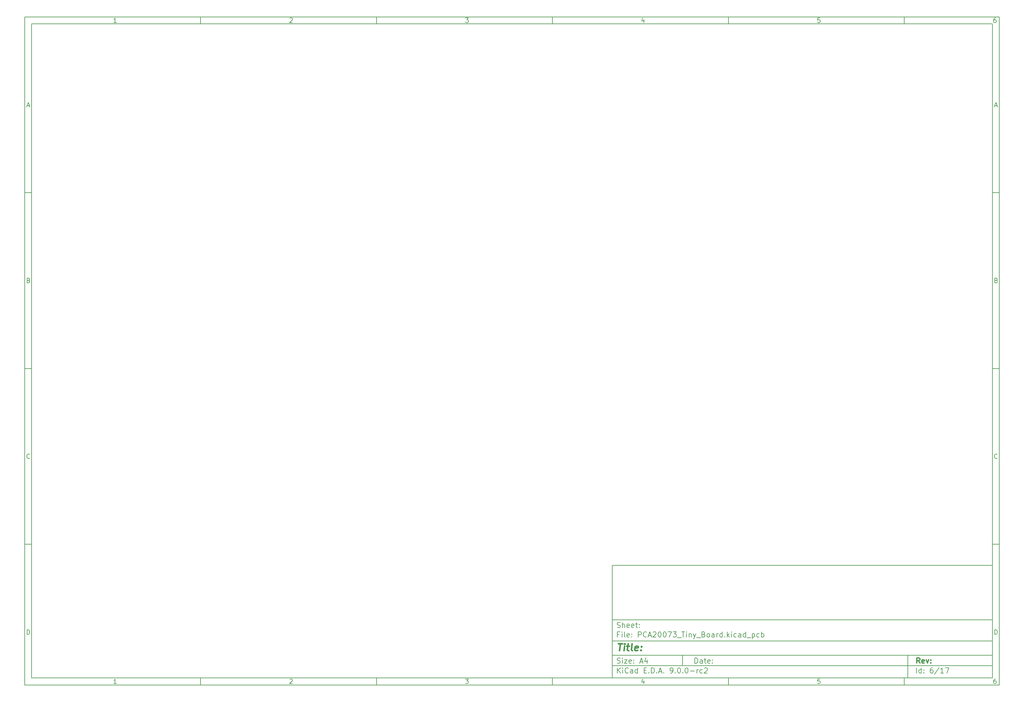
<source format=gbr>
G04 #@! TF.GenerationSoftware,KiCad,Pcbnew,9.0.0-rc2-3baa6cd791~182~ubuntu24.04.1*
G04 #@! TF.CreationDate,2025-02-06T23:09:26-05:00*
G04 #@! TF.ProjectId,PCA20073_Tiny_Board,50434132-3030-4373-935f-54696e795f42,rev?*
G04 #@! TF.SameCoordinates,PX82a22f1PY713a4f2*
G04 #@! TF.FileFunction,Glue,Bot*
G04 #@! TF.FilePolarity,Positive*
%FSLAX46Y46*%
G04 Gerber Fmt 4.6, Leading zero omitted, Abs format (unit mm)*
G04 Created by KiCad (PCBNEW 9.0.0-rc2-3baa6cd791~182~ubuntu24.04.1) date 2025-02-06 23:09:26*
%MOMM*%
%LPD*%
G01*
G04 APERTURE LIST*
%ADD10C,0.100000*%
%ADD11C,0.150000*%
%ADD12C,0.300000*%
%ADD13C,0.400000*%
G04 APERTURE END LIST*
D10*
D11*
X40023015Y-47279278D02*
X148023015Y-47279278D01*
X148023015Y-79279278D01*
X40023015Y-79279278D01*
X40023015Y-47279278D01*
D10*
D11*
X-126979185Y108727922D02*
X150023015Y108727922D01*
X150023015Y-81279278D01*
X-126979185Y-81279278D01*
X-126979185Y108727922D01*
D10*
D11*
X-124979185Y106727922D02*
X148023015Y106727922D01*
X148023015Y-79279278D01*
X-124979185Y-79279278D01*
X-124979185Y106727922D01*
D10*
D11*
X-76979185Y106727922D02*
X-76979185Y108727922D01*
D10*
D11*
X-26979185Y106727922D02*
X-26979185Y108727922D01*
D10*
D11*
X23020815Y106727922D02*
X23020815Y108727922D01*
D10*
D11*
X73020815Y106727922D02*
X73020815Y108727922D01*
D10*
D11*
X123020815Y106727922D02*
X123020815Y108727922D01*
D10*
D11*
X-100890025Y107134318D02*
X-101632882Y107134318D01*
X-101261454Y107134318D02*
X-101261454Y108434318D01*
X-101261454Y108434318D02*
X-101385263Y108248603D01*
X-101385263Y108248603D02*
X-101509073Y108124794D01*
X-101509073Y108124794D02*
X-101632882Y108062889D01*
D10*
D11*
X-51632882Y108310508D02*
X-51570978Y108372413D01*
X-51570978Y108372413D02*
X-51447168Y108434318D01*
X-51447168Y108434318D02*
X-51137644Y108434318D01*
X-51137644Y108434318D02*
X-51013835Y108372413D01*
X-51013835Y108372413D02*
X-50951930Y108310508D01*
X-50951930Y108310508D02*
X-50890025Y108186699D01*
X-50890025Y108186699D02*
X-50890025Y108062889D01*
X-50890025Y108062889D02*
X-50951930Y107877175D01*
X-50951930Y107877175D02*
X-51694787Y107134318D01*
X-51694787Y107134318D02*
X-50890025Y107134318D01*
D10*
D11*
X-1694787Y108434318D02*
X-890025Y108434318D01*
X-890025Y108434318D02*
X-1323359Y107939080D01*
X-1323359Y107939080D02*
X-1137644Y107939080D01*
X-1137644Y107939080D02*
X-1013835Y107877175D01*
X-1013835Y107877175D02*
X-951930Y107815270D01*
X-951930Y107815270D02*
X-890025Y107691461D01*
X-890025Y107691461D02*
X-890025Y107381937D01*
X-890025Y107381937D02*
X-951930Y107258127D01*
X-951930Y107258127D02*
X-1013835Y107196222D01*
X-1013835Y107196222D02*
X-1137644Y107134318D01*
X-1137644Y107134318D02*
X-1509073Y107134318D01*
X-1509073Y107134318D02*
X-1632882Y107196222D01*
X-1632882Y107196222D02*
X-1694787Y107258127D01*
D10*
D11*
X48986165Y108000984D02*
X48986165Y107134318D01*
X48676641Y108496222D02*
X48367118Y107567651D01*
X48367118Y107567651D02*
X49171879Y107567651D01*
D10*
D11*
X99048070Y108434318D02*
X98429022Y108434318D01*
X98429022Y108434318D02*
X98367118Y107815270D01*
X98367118Y107815270D02*
X98429022Y107877175D01*
X98429022Y107877175D02*
X98552832Y107939080D01*
X98552832Y107939080D02*
X98862356Y107939080D01*
X98862356Y107939080D02*
X98986165Y107877175D01*
X98986165Y107877175D02*
X99048070Y107815270D01*
X99048070Y107815270D02*
X99109975Y107691461D01*
X99109975Y107691461D02*
X99109975Y107381937D01*
X99109975Y107381937D02*
X99048070Y107258127D01*
X99048070Y107258127D02*
X98986165Y107196222D01*
X98986165Y107196222D02*
X98862356Y107134318D01*
X98862356Y107134318D02*
X98552832Y107134318D01*
X98552832Y107134318D02*
X98429022Y107196222D01*
X98429022Y107196222D02*
X98367118Y107258127D01*
D10*
D11*
X148986165Y108434318D02*
X148738546Y108434318D01*
X148738546Y108434318D02*
X148614737Y108372413D01*
X148614737Y108372413D02*
X148552832Y108310508D01*
X148552832Y108310508D02*
X148429022Y108124794D01*
X148429022Y108124794D02*
X148367118Y107877175D01*
X148367118Y107877175D02*
X148367118Y107381937D01*
X148367118Y107381937D02*
X148429022Y107258127D01*
X148429022Y107258127D02*
X148490927Y107196222D01*
X148490927Y107196222D02*
X148614737Y107134318D01*
X148614737Y107134318D02*
X148862356Y107134318D01*
X148862356Y107134318D02*
X148986165Y107196222D01*
X148986165Y107196222D02*
X149048070Y107258127D01*
X149048070Y107258127D02*
X149109975Y107381937D01*
X149109975Y107381937D02*
X149109975Y107691461D01*
X149109975Y107691461D02*
X149048070Y107815270D01*
X149048070Y107815270D02*
X148986165Y107877175D01*
X148986165Y107877175D02*
X148862356Y107939080D01*
X148862356Y107939080D02*
X148614737Y107939080D01*
X148614737Y107939080D02*
X148490927Y107877175D01*
X148490927Y107877175D02*
X148429022Y107815270D01*
X148429022Y107815270D02*
X148367118Y107691461D01*
D10*
D11*
X-76979185Y-79279278D02*
X-76979185Y-81279278D01*
D10*
D11*
X-26979185Y-79279278D02*
X-26979185Y-81279278D01*
D10*
D11*
X23020815Y-79279278D02*
X23020815Y-81279278D01*
D10*
D11*
X73020815Y-79279278D02*
X73020815Y-81279278D01*
D10*
D11*
X123020815Y-79279278D02*
X123020815Y-81279278D01*
D10*
D11*
X-100890025Y-80872882D02*
X-101632882Y-80872882D01*
X-101261454Y-80872882D02*
X-101261454Y-79572882D01*
X-101261454Y-79572882D02*
X-101385263Y-79758597D01*
X-101385263Y-79758597D02*
X-101509073Y-79882406D01*
X-101509073Y-79882406D02*
X-101632882Y-79944311D01*
D10*
D11*
X-51632882Y-79696692D02*
X-51570978Y-79634787D01*
X-51570978Y-79634787D02*
X-51447168Y-79572882D01*
X-51447168Y-79572882D02*
X-51137644Y-79572882D01*
X-51137644Y-79572882D02*
X-51013835Y-79634787D01*
X-51013835Y-79634787D02*
X-50951930Y-79696692D01*
X-50951930Y-79696692D02*
X-50890025Y-79820501D01*
X-50890025Y-79820501D02*
X-50890025Y-79944311D01*
X-50890025Y-79944311D02*
X-50951930Y-80130025D01*
X-50951930Y-80130025D02*
X-51694787Y-80872882D01*
X-51694787Y-80872882D02*
X-50890025Y-80872882D01*
D10*
D11*
X-1694787Y-79572882D02*
X-890025Y-79572882D01*
X-890025Y-79572882D02*
X-1323359Y-80068120D01*
X-1323359Y-80068120D02*
X-1137644Y-80068120D01*
X-1137644Y-80068120D02*
X-1013835Y-80130025D01*
X-1013835Y-80130025D02*
X-951930Y-80191930D01*
X-951930Y-80191930D02*
X-890025Y-80315739D01*
X-890025Y-80315739D02*
X-890025Y-80625263D01*
X-890025Y-80625263D02*
X-951930Y-80749073D01*
X-951930Y-80749073D02*
X-1013835Y-80810978D01*
X-1013835Y-80810978D02*
X-1137644Y-80872882D01*
X-1137644Y-80872882D02*
X-1509073Y-80872882D01*
X-1509073Y-80872882D02*
X-1632882Y-80810978D01*
X-1632882Y-80810978D02*
X-1694787Y-80749073D01*
D10*
D11*
X48986165Y-80006216D02*
X48986165Y-80872882D01*
X48676641Y-79510978D02*
X48367118Y-80439549D01*
X48367118Y-80439549D02*
X49171879Y-80439549D01*
D10*
D11*
X99048070Y-79572882D02*
X98429022Y-79572882D01*
X98429022Y-79572882D02*
X98367118Y-80191930D01*
X98367118Y-80191930D02*
X98429022Y-80130025D01*
X98429022Y-80130025D02*
X98552832Y-80068120D01*
X98552832Y-80068120D02*
X98862356Y-80068120D01*
X98862356Y-80068120D02*
X98986165Y-80130025D01*
X98986165Y-80130025D02*
X99048070Y-80191930D01*
X99048070Y-80191930D02*
X99109975Y-80315739D01*
X99109975Y-80315739D02*
X99109975Y-80625263D01*
X99109975Y-80625263D02*
X99048070Y-80749073D01*
X99048070Y-80749073D02*
X98986165Y-80810978D01*
X98986165Y-80810978D02*
X98862356Y-80872882D01*
X98862356Y-80872882D02*
X98552832Y-80872882D01*
X98552832Y-80872882D02*
X98429022Y-80810978D01*
X98429022Y-80810978D02*
X98367118Y-80749073D01*
D10*
D11*
X148986165Y-79572882D02*
X148738546Y-79572882D01*
X148738546Y-79572882D02*
X148614737Y-79634787D01*
X148614737Y-79634787D02*
X148552832Y-79696692D01*
X148552832Y-79696692D02*
X148429022Y-79882406D01*
X148429022Y-79882406D02*
X148367118Y-80130025D01*
X148367118Y-80130025D02*
X148367118Y-80625263D01*
X148367118Y-80625263D02*
X148429022Y-80749073D01*
X148429022Y-80749073D02*
X148490927Y-80810978D01*
X148490927Y-80810978D02*
X148614737Y-80872882D01*
X148614737Y-80872882D02*
X148862356Y-80872882D01*
X148862356Y-80872882D02*
X148986165Y-80810978D01*
X148986165Y-80810978D02*
X149048070Y-80749073D01*
X149048070Y-80749073D02*
X149109975Y-80625263D01*
X149109975Y-80625263D02*
X149109975Y-80315739D01*
X149109975Y-80315739D02*
X149048070Y-80191930D01*
X149048070Y-80191930D02*
X148986165Y-80130025D01*
X148986165Y-80130025D02*
X148862356Y-80068120D01*
X148862356Y-80068120D02*
X148614737Y-80068120D01*
X148614737Y-80068120D02*
X148490927Y-80130025D01*
X148490927Y-80130025D02*
X148429022Y-80191930D01*
X148429022Y-80191930D02*
X148367118Y-80315739D01*
D10*
D11*
X-126979185Y58727922D02*
X-124979185Y58727922D01*
D10*
D11*
X-126979185Y8727922D02*
X-124979185Y8727922D01*
D10*
D11*
X-126979185Y-41272078D02*
X-124979185Y-41272078D01*
D10*
D11*
X-126288709Y83505746D02*
X-125669662Y83505746D01*
X-126412519Y83134318D02*
X-125979186Y84434318D01*
X-125979186Y84434318D02*
X-125545852Y83134318D01*
D10*
D11*
X-125886328Y33815270D02*
X-125700614Y33753365D01*
X-125700614Y33753365D02*
X-125638709Y33691461D01*
X-125638709Y33691461D02*
X-125576805Y33567651D01*
X-125576805Y33567651D02*
X-125576805Y33381937D01*
X-125576805Y33381937D02*
X-125638709Y33258127D01*
X-125638709Y33258127D02*
X-125700614Y33196222D01*
X-125700614Y33196222D02*
X-125824424Y33134318D01*
X-125824424Y33134318D02*
X-126319662Y33134318D01*
X-126319662Y33134318D02*
X-126319662Y34434318D01*
X-126319662Y34434318D02*
X-125886328Y34434318D01*
X-125886328Y34434318D02*
X-125762519Y34372413D01*
X-125762519Y34372413D02*
X-125700614Y34310508D01*
X-125700614Y34310508D02*
X-125638709Y34186699D01*
X-125638709Y34186699D02*
X-125638709Y34062889D01*
X-125638709Y34062889D02*
X-125700614Y33939080D01*
X-125700614Y33939080D02*
X-125762519Y33877175D01*
X-125762519Y33877175D02*
X-125886328Y33815270D01*
X-125886328Y33815270D02*
X-126319662Y33815270D01*
D10*
D11*
X-125576805Y-16741873D02*
X-125638709Y-16803778D01*
X-125638709Y-16803778D02*
X-125824424Y-16865682D01*
X-125824424Y-16865682D02*
X-125948233Y-16865682D01*
X-125948233Y-16865682D02*
X-126133947Y-16803778D01*
X-126133947Y-16803778D02*
X-126257757Y-16679968D01*
X-126257757Y-16679968D02*
X-126319662Y-16556158D01*
X-126319662Y-16556158D02*
X-126381566Y-16308539D01*
X-126381566Y-16308539D02*
X-126381566Y-16122825D01*
X-126381566Y-16122825D02*
X-126319662Y-15875206D01*
X-126319662Y-15875206D02*
X-126257757Y-15751397D01*
X-126257757Y-15751397D02*
X-126133947Y-15627587D01*
X-126133947Y-15627587D02*
X-125948233Y-15565682D01*
X-125948233Y-15565682D02*
X-125824424Y-15565682D01*
X-125824424Y-15565682D02*
X-125638709Y-15627587D01*
X-125638709Y-15627587D02*
X-125576805Y-15689492D01*
D10*
D11*
X-126319662Y-66865682D02*
X-126319662Y-65565682D01*
X-126319662Y-65565682D02*
X-126010138Y-65565682D01*
X-126010138Y-65565682D02*
X-125824424Y-65627587D01*
X-125824424Y-65627587D02*
X-125700614Y-65751397D01*
X-125700614Y-65751397D02*
X-125638709Y-65875206D01*
X-125638709Y-65875206D02*
X-125576805Y-66122825D01*
X-125576805Y-66122825D02*
X-125576805Y-66308539D01*
X-125576805Y-66308539D02*
X-125638709Y-66556158D01*
X-125638709Y-66556158D02*
X-125700614Y-66679968D01*
X-125700614Y-66679968D02*
X-125824424Y-66803778D01*
X-125824424Y-66803778D02*
X-126010138Y-66865682D01*
X-126010138Y-66865682D02*
X-126319662Y-66865682D01*
D10*
D11*
X150023015Y58727922D02*
X148023015Y58727922D01*
D10*
D11*
X150023015Y8727922D02*
X148023015Y8727922D01*
D10*
D11*
X150023015Y-41272078D02*
X148023015Y-41272078D01*
D10*
D11*
X148713491Y83505746D02*
X149332538Y83505746D01*
X148589681Y83134318D02*
X149023014Y84434318D01*
X149023014Y84434318D02*
X149456348Y83134318D01*
D10*
D11*
X149115872Y33815270D02*
X149301586Y33753365D01*
X149301586Y33753365D02*
X149363491Y33691461D01*
X149363491Y33691461D02*
X149425395Y33567651D01*
X149425395Y33567651D02*
X149425395Y33381937D01*
X149425395Y33381937D02*
X149363491Y33258127D01*
X149363491Y33258127D02*
X149301586Y33196222D01*
X149301586Y33196222D02*
X149177776Y33134318D01*
X149177776Y33134318D02*
X148682538Y33134318D01*
X148682538Y33134318D02*
X148682538Y34434318D01*
X148682538Y34434318D02*
X149115872Y34434318D01*
X149115872Y34434318D02*
X149239681Y34372413D01*
X149239681Y34372413D02*
X149301586Y34310508D01*
X149301586Y34310508D02*
X149363491Y34186699D01*
X149363491Y34186699D02*
X149363491Y34062889D01*
X149363491Y34062889D02*
X149301586Y33939080D01*
X149301586Y33939080D02*
X149239681Y33877175D01*
X149239681Y33877175D02*
X149115872Y33815270D01*
X149115872Y33815270D02*
X148682538Y33815270D01*
D10*
D11*
X149425395Y-16741873D02*
X149363491Y-16803778D01*
X149363491Y-16803778D02*
X149177776Y-16865682D01*
X149177776Y-16865682D02*
X149053967Y-16865682D01*
X149053967Y-16865682D02*
X148868253Y-16803778D01*
X148868253Y-16803778D02*
X148744443Y-16679968D01*
X148744443Y-16679968D02*
X148682538Y-16556158D01*
X148682538Y-16556158D02*
X148620634Y-16308539D01*
X148620634Y-16308539D02*
X148620634Y-16122825D01*
X148620634Y-16122825D02*
X148682538Y-15875206D01*
X148682538Y-15875206D02*
X148744443Y-15751397D01*
X148744443Y-15751397D02*
X148868253Y-15627587D01*
X148868253Y-15627587D02*
X149053967Y-15565682D01*
X149053967Y-15565682D02*
X149177776Y-15565682D01*
X149177776Y-15565682D02*
X149363491Y-15627587D01*
X149363491Y-15627587D02*
X149425395Y-15689492D01*
D10*
D11*
X148682538Y-66865682D02*
X148682538Y-65565682D01*
X148682538Y-65565682D02*
X148992062Y-65565682D01*
X148992062Y-65565682D02*
X149177776Y-65627587D01*
X149177776Y-65627587D02*
X149301586Y-65751397D01*
X149301586Y-65751397D02*
X149363491Y-65875206D01*
X149363491Y-65875206D02*
X149425395Y-66122825D01*
X149425395Y-66122825D02*
X149425395Y-66308539D01*
X149425395Y-66308539D02*
X149363491Y-66556158D01*
X149363491Y-66556158D02*
X149301586Y-66679968D01*
X149301586Y-66679968D02*
X149177776Y-66803778D01*
X149177776Y-66803778D02*
X148992062Y-66865682D01*
X148992062Y-66865682D02*
X148682538Y-66865682D01*
D10*
D11*
X63478841Y-75065406D02*
X63478841Y-73565406D01*
X63478841Y-73565406D02*
X63835984Y-73565406D01*
X63835984Y-73565406D02*
X64050270Y-73636835D01*
X64050270Y-73636835D02*
X64193127Y-73779692D01*
X64193127Y-73779692D02*
X64264556Y-73922549D01*
X64264556Y-73922549D02*
X64335984Y-74208263D01*
X64335984Y-74208263D02*
X64335984Y-74422549D01*
X64335984Y-74422549D02*
X64264556Y-74708263D01*
X64264556Y-74708263D02*
X64193127Y-74851120D01*
X64193127Y-74851120D02*
X64050270Y-74993978D01*
X64050270Y-74993978D02*
X63835984Y-75065406D01*
X63835984Y-75065406D02*
X63478841Y-75065406D01*
X65621699Y-75065406D02*
X65621699Y-74279692D01*
X65621699Y-74279692D02*
X65550270Y-74136835D01*
X65550270Y-74136835D02*
X65407413Y-74065406D01*
X65407413Y-74065406D02*
X65121699Y-74065406D01*
X65121699Y-74065406D02*
X64978841Y-74136835D01*
X65621699Y-74993978D02*
X65478841Y-75065406D01*
X65478841Y-75065406D02*
X65121699Y-75065406D01*
X65121699Y-75065406D02*
X64978841Y-74993978D01*
X64978841Y-74993978D02*
X64907413Y-74851120D01*
X64907413Y-74851120D02*
X64907413Y-74708263D01*
X64907413Y-74708263D02*
X64978841Y-74565406D01*
X64978841Y-74565406D02*
X65121699Y-74493978D01*
X65121699Y-74493978D02*
X65478841Y-74493978D01*
X65478841Y-74493978D02*
X65621699Y-74422549D01*
X66121699Y-74065406D02*
X66693127Y-74065406D01*
X66335984Y-73565406D02*
X66335984Y-74851120D01*
X66335984Y-74851120D02*
X66407413Y-74993978D01*
X66407413Y-74993978D02*
X66550270Y-75065406D01*
X66550270Y-75065406D02*
X66693127Y-75065406D01*
X67764556Y-74993978D02*
X67621699Y-75065406D01*
X67621699Y-75065406D02*
X67335985Y-75065406D01*
X67335985Y-75065406D02*
X67193127Y-74993978D01*
X67193127Y-74993978D02*
X67121699Y-74851120D01*
X67121699Y-74851120D02*
X67121699Y-74279692D01*
X67121699Y-74279692D02*
X67193127Y-74136835D01*
X67193127Y-74136835D02*
X67335985Y-74065406D01*
X67335985Y-74065406D02*
X67621699Y-74065406D01*
X67621699Y-74065406D02*
X67764556Y-74136835D01*
X67764556Y-74136835D02*
X67835985Y-74279692D01*
X67835985Y-74279692D02*
X67835985Y-74422549D01*
X67835985Y-74422549D02*
X67121699Y-74565406D01*
X68478841Y-74922549D02*
X68550270Y-74993978D01*
X68550270Y-74993978D02*
X68478841Y-75065406D01*
X68478841Y-75065406D02*
X68407413Y-74993978D01*
X68407413Y-74993978D02*
X68478841Y-74922549D01*
X68478841Y-74922549D02*
X68478841Y-75065406D01*
X68478841Y-74136835D02*
X68550270Y-74208263D01*
X68550270Y-74208263D02*
X68478841Y-74279692D01*
X68478841Y-74279692D02*
X68407413Y-74208263D01*
X68407413Y-74208263D02*
X68478841Y-74136835D01*
X68478841Y-74136835D02*
X68478841Y-74279692D01*
D10*
D11*
X40023015Y-75779278D02*
X148023015Y-75779278D01*
D10*
D11*
X41478841Y-77865406D02*
X41478841Y-76365406D01*
X42335984Y-77865406D02*
X41693127Y-77008263D01*
X42335984Y-76365406D02*
X41478841Y-77222549D01*
X42978841Y-77865406D02*
X42978841Y-76865406D01*
X42978841Y-76365406D02*
X42907413Y-76436835D01*
X42907413Y-76436835D02*
X42978841Y-76508263D01*
X42978841Y-76508263D02*
X43050270Y-76436835D01*
X43050270Y-76436835D02*
X42978841Y-76365406D01*
X42978841Y-76365406D02*
X42978841Y-76508263D01*
X44550270Y-77722549D02*
X44478842Y-77793978D01*
X44478842Y-77793978D02*
X44264556Y-77865406D01*
X44264556Y-77865406D02*
X44121699Y-77865406D01*
X44121699Y-77865406D02*
X43907413Y-77793978D01*
X43907413Y-77793978D02*
X43764556Y-77651120D01*
X43764556Y-77651120D02*
X43693127Y-77508263D01*
X43693127Y-77508263D02*
X43621699Y-77222549D01*
X43621699Y-77222549D02*
X43621699Y-77008263D01*
X43621699Y-77008263D02*
X43693127Y-76722549D01*
X43693127Y-76722549D02*
X43764556Y-76579692D01*
X43764556Y-76579692D02*
X43907413Y-76436835D01*
X43907413Y-76436835D02*
X44121699Y-76365406D01*
X44121699Y-76365406D02*
X44264556Y-76365406D01*
X44264556Y-76365406D02*
X44478842Y-76436835D01*
X44478842Y-76436835D02*
X44550270Y-76508263D01*
X45835985Y-77865406D02*
X45835985Y-77079692D01*
X45835985Y-77079692D02*
X45764556Y-76936835D01*
X45764556Y-76936835D02*
X45621699Y-76865406D01*
X45621699Y-76865406D02*
X45335985Y-76865406D01*
X45335985Y-76865406D02*
X45193127Y-76936835D01*
X45835985Y-77793978D02*
X45693127Y-77865406D01*
X45693127Y-77865406D02*
X45335985Y-77865406D01*
X45335985Y-77865406D02*
X45193127Y-77793978D01*
X45193127Y-77793978D02*
X45121699Y-77651120D01*
X45121699Y-77651120D02*
X45121699Y-77508263D01*
X45121699Y-77508263D02*
X45193127Y-77365406D01*
X45193127Y-77365406D02*
X45335985Y-77293978D01*
X45335985Y-77293978D02*
X45693127Y-77293978D01*
X45693127Y-77293978D02*
X45835985Y-77222549D01*
X47193128Y-77865406D02*
X47193128Y-76365406D01*
X47193128Y-77793978D02*
X47050270Y-77865406D01*
X47050270Y-77865406D02*
X46764556Y-77865406D01*
X46764556Y-77865406D02*
X46621699Y-77793978D01*
X46621699Y-77793978D02*
X46550270Y-77722549D01*
X46550270Y-77722549D02*
X46478842Y-77579692D01*
X46478842Y-77579692D02*
X46478842Y-77151120D01*
X46478842Y-77151120D02*
X46550270Y-77008263D01*
X46550270Y-77008263D02*
X46621699Y-76936835D01*
X46621699Y-76936835D02*
X46764556Y-76865406D01*
X46764556Y-76865406D02*
X47050270Y-76865406D01*
X47050270Y-76865406D02*
X47193128Y-76936835D01*
X49050270Y-77079692D02*
X49550270Y-77079692D01*
X49764556Y-77865406D02*
X49050270Y-77865406D01*
X49050270Y-77865406D02*
X49050270Y-76365406D01*
X49050270Y-76365406D02*
X49764556Y-76365406D01*
X50407413Y-77722549D02*
X50478842Y-77793978D01*
X50478842Y-77793978D02*
X50407413Y-77865406D01*
X50407413Y-77865406D02*
X50335985Y-77793978D01*
X50335985Y-77793978D02*
X50407413Y-77722549D01*
X50407413Y-77722549D02*
X50407413Y-77865406D01*
X51121699Y-77865406D02*
X51121699Y-76365406D01*
X51121699Y-76365406D02*
X51478842Y-76365406D01*
X51478842Y-76365406D02*
X51693128Y-76436835D01*
X51693128Y-76436835D02*
X51835985Y-76579692D01*
X51835985Y-76579692D02*
X51907414Y-76722549D01*
X51907414Y-76722549D02*
X51978842Y-77008263D01*
X51978842Y-77008263D02*
X51978842Y-77222549D01*
X51978842Y-77222549D02*
X51907414Y-77508263D01*
X51907414Y-77508263D02*
X51835985Y-77651120D01*
X51835985Y-77651120D02*
X51693128Y-77793978D01*
X51693128Y-77793978D02*
X51478842Y-77865406D01*
X51478842Y-77865406D02*
X51121699Y-77865406D01*
X52621699Y-77722549D02*
X52693128Y-77793978D01*
X52693128Y-77793978D02*
X52621699Y-77865406D01*
X52621699Y-77865406D02*
X52550271Y-77793978D01*
X52550271Y-77793978D02*
X52621699Y-77722549D01*
X52621699Y-77722549D02*
X52621699Y-77865406D01*
X53264557Y-77436835D02*
X53978843Y-77436835D01*
X53121700Y-77865406D02*
X53621700Y-76365406D01*
X53621700Y-76365406D02*
X54121700Y-77865406D01*
X54621699Y-77722549D02*
X54693128Y-77793978D01*
X54693128Y-77793978D02*
X54621699Y-77865406D01*
X54621699Y-77865406D02*
X54550271Y-77793978D01*
X54550271Y-77793978D02*
X54621699Y-77722549D01*
X54621699Y-77722549D02*
X54621699Y-77865406D01*
X56550271Y-77865406D02*
X56835985Y-77865406D01*
X56835985Y-77865406D02*
X56978842Y-77793978D01*
X56978842Y-77793978D02*
X57050271Y-77722549D01*
X57050271Y-77722549D02*
X57193128Y-77508263D01*
X57193128Y-77508263D02*
X57264557Y-77222549D01*
X57264557Y-77222549D02*
X57264557Y-76651120D01*
X57264557Y-76651120D02*
X57193128Y-76508263D01*
X57193128Y-76508263D02*
X57121700Y-76436835D01*
X57121700Y-76436835D02*
X56978842Y-76365406D01*
X56978842Y-76365406D02*
X56693128Y-76365406D01*
X56693128Y-76365406D02*
X56550271Y-76436835D01*
X56550271Y-76436835D02*
X56478842Y-76508263D01*
X56478842Y-76508263D02*
X56407414Y-76651120D01*
X56407414Y-76651120D02*
X56407414Y-77008263D01*
X56407414Y-77008263D02*
X56478842Y-77151120D01*
X56478842Y-77151120D02*
X56550271Y-77222549D01*
X56550271Y-77222549D02*
X56693128Y-77293978D01*
X56693128Y-77293978D02*
X56978842Y-77293978D01*
X56978842Y-77293978D02*
X57121700Y-77222549D01*
X57121700Y-77222549D02*
X57193128Y-77151120D01*
X57193128Y-77151120D02*
X57264557Y-77008263D01*
X57907413Y-77722549D02*
X57978842Y-77793978D01*
X57978842Y-77793978D02*
X57907413Y-77865406D01*
X57907413Y-77865406D02*
X57835985Y-77793978D01*
X57835985Y-77793978D02*
X57907413Y-77722549D01*
X57907413Y-77722549D02*
X57907413Y-77865406D01*
X58907414Y-76365406D02*
X59050271Y-76365406D01*
X59050271Y-76365406D02*
X59193128Y-76436835D01*
X59193128Y-76436835D02*
X59264557Y-76508263D01*
X59264557Y-76508263D02*
X59335985Y-76651120D01*
X59335985Y-76651120D02*
X59407414Y-76936835D01*
X59407414Y-76936835D02*
X59407414Y-77293978D01*
X59407414Y-77293978D02*
X59335985Y-77579692D01*
X59335985Y-77579692D02*
X59264557Y-77722549D01*
X59264557Y-77722549D02*
X59193128Y-77793978D01*
X59193128Y-77793978D02*
X59050271Y-77865406D01*
X59050271Y-77865406D02*
X58907414Y-77865406D01*
X58907414Y-77865406D02*
X58764557Y-77793978D01*
X58764557Y-77793978D02*
X58693128Y-77722549D01*
X58693128Y-77722549D02*
X58621699Y-77579692D01*
X58621699Y-77579692D02*
X58550271Y-77293978D01*
X58550271Y-77293978D02*
X58550271Y-76936835D01*
X58550271Y-76936835D02*
X58621699Y-76651120D01*
X58621699Y-76651120D02*
X58693128Y-76508263D01*
X58693128Y-76508263D02*
X58764557Y-76436835D01*
X58764557Y-76436835D02*
X58907414Y-76365406D01*
X60050270Y-77722549D02*
X60121699Y-77793978D01*
X60121699Y-77793978D02*
X60050270Y-77865406D01*
X60050270Y-77865406D02*
X59978842Y-77793978D01*
X59978842Y-77793978D02*
X60050270Y-77722549D01*
X60050270Y-77722549D02*
X60050270Y-77865406D01*
X61050271Y-76365406D02*
X61193128Y-76365406D01*
X61193128Y-76365406D02*
X61335985Y-76436835D01*
X61335985Y-76436835D02*
X61407414Y-76508263D01*
X61407414Y-76508263D02*
X61478842Y-76651120D01*
X61478842Y-76651120D02*
X61550271Y-76936835D01*
X61550271Y-76936835D02*
X61550271Y-77293978D01*
X61550271Y-77293978D02*
X61478842Y-77579692D01*
X61478842Y-77579692D02*
X61407414Y-77722549D01*
X61407414Y-77722549D02*
X61335985Y-77793978D01*
X61335985Y-77793978D02*
X61193128Y-77865406D01*
X61193128Y-77865406D02*
X61050271Y-77865406D01*
X61050271Y-77865406D02*
X60907414Y-77793978D01*
X60907414Y-77793978D02*
X60835985Y-77722549D01*
X60835985Y-77722549D02*
X60764556Y-77579692D01*
X60764556Y-77579692D02*
X60693128Y-77293978D01*
X60693128Y-77293978D02*
X60693128Y-76936835D01*
X60693128Y-76936835D02*
X60764556Y-76651120D01*
X60764556Y-76651120D02*
X60835985Y-76508263D01*
X60835985Y-76508263D02*
X60907414Y-76436835D01*
X60907414Y-76436835D02*
X61050271Y-76365406D01*
X62193127Y-77293978D02*
X63335985Y-77293978D01*
X64050270Y-77865406D02*
X64050270Y-76865406D01*
X64050270Y-77151120D02*
X64121699Y-77008263D01*
X64121699Y-77008263D02*
X64193128Y-76936835D01*
X64193128Y-76936835D02*
X64335985Y-76865406D01*
X64335985Y-76865406D02*
X64478842Y-76865406D01*
X65621699Y-77793978D02*
X65478841Y-77865406D01*
X65478841Y-77865406D02*
X65193127Y-77865406D01*
X65193127Y-77865406D02*
X65050270Y-77793978D01*
X65050270Y-77793978D02*
X64978841Y-77722549D01*
X64978841Y-77722549D02*
X64907413Y-77579692D01*
X64907413Y-77579692D02*
X64907413Y-77151120D01*
X64907413Y-77151120D02*
X64978841Y-77008263D01*
X64978841Y-77008263D02*
X65050270Y-76936835D01*
X65050270Y-76936835D02*
X65193127Y-76865406D01*
X65193127Y-76865406D02*
X65478841Y-76865406D01*
X65478841Y-76865406D02*
X65621699Y-76936835D01*
X66193127Y-76508263D02*
X66264555Y-76436835D01*
X66264555Y-76436835D02*
X66407413Y-76365406D01*
X66407413Y-76365406D02*
X66764555Y-76365406D01*
X66764555Y-76365406D02*
X66907413Y-76436835D01*
X66907413Y-76436835D02*
X66978841Y-76508263D01*
X66978841Y-76508263D02*
X67050270Y-76651120D01*
X67050270Y-76651120D02*
X67050270Y-76793978D01*
X67050270Y-76793978D02*
X66978841Y-77008263D01*
X66978841Y-77008263D02*
X66121698Y-77865406D01*
X66121698Y-77865406D02*
X67050270Y-77865406D01*
D10*
D11*
X40023015Y-72779278D02*
X148023015Y-72779278D01*
D10*
D12*
X127434668Y-75057606D02*
X126934668Y-74343320D01*
X126577525Y-75057606D02*
X126577525Y-73557606D01*
X126577525Y-73557606D02*
X127148954Y-73557606D01*
X127148954Y-73557606D02*
X127291811Y-73629035D01*
X127291811Y-73629035D02*
X127363240Y-73700463D01*
X127363240Y-73700463D02*
X127434668Y-73843320D01*
X127434668Y-73843320D02*
X127434668Y-74057606D01*
X127434668Y-74057606D02*
X127363240Y-74200463D01*
X127363240Y-74200463D02*
X127291811Y-74271892D01*
X127291811Y-74271892D02*
X127148954Y-74343320D01*
X127148954Y-74343320D02*
X126577525Y-74343320D01*
X128648954Y-74986178D02*
X128506097Y-75057606D01*
X128506097Y-75057606D02*
X128220383Y-75057606D01*
X128220383Y-75057606D02*
X128077525Y-74986178D01*
X128077525Y-74986178D02*
X128006097Y-74843320D01*
X128006097Y-74843320D02*
X128006097Y-74271892D01*
X128006097Y-74271892D02*
X128077525Y-74129035D01*
X128077525Y-74129035D02*
X128220383Y-74057606D01*
X128220383Y-74057606D02*
X128506097Y-74057606D01*
X128506097Y-74057606D02*
X128648954Y-74129035D01*
X128648954Y-74129035D02*
X128720383Y-74271892D01*
X128720383Y-74271892D02*
X128720383Y-74414749D01*
X128720383Y-74414749D02*
X128006097Y-74557606D01*
X129220382Y-74057606D02*
X129577525Y-75057606D01*
X129577525Y-75057606D02*
X129934668Y-74057606D01*
X130506096Y-74914749D02*
X130577525Y-74986178D01*
X130577525Y-74986178D02*
X130506096Y-75057606D01*
X130506096Y-75057606D02*
X130434668Y-74986178D01*
X130434668Y-74986178D02*
X130506096Y-74914749D01*
X130506096Y-74914749D02*
X130506096Y-75057606D01*
X130506096Y-74129035D02*
X130577525Y-74200463D01*
X130577525Y-74200463D02*
X130506096Y-74271892D01*
X130506096Y-74271892D02*
X130434668Y-74200463D01*
X130434668Y-74200463D02*
X130506096Y-74129035D01*
X130506096Y-74129035D02*
X130506096Y-74271892D01*
D10*
D11*
X41407413Y-74993978D02*
X41621699Y-75065406D01*
X41621699Y-75065406D02*
X41978841Y-75065406D01*
X41978841Y-75065406D02*
X42121699Y-74993978D01*
X42121699Y-74993978D02*
X42193127Y-74922549D01*
X42193127Y-74922549D02*
X42264556Y-74779692D01*
X42264556Y-74779692D02*
X42264556Y-74636835D01*
X42264556Y-74636835D02*
X42193127Y-74493978D01*
X42193127Y-74493978D02*
X42121699Y-74422549D01*
X42121699Y-74422549D02*
X41978841Y-74351120D01*
X41978841Y-74351120D02*
X41693127Y-74279692D01*
X41693127Y-74279692D02*
X41550270Y-74208263D01*
X41550270Y-74208263D02*
X41478841Y-74136835D01*
X41478841Y-74136835D02*
X41407413Y-73993978D01*
X41407413Y-73993978D02*
X41407413Y-73851120D01*
X41407413Y-73851120D02*
X41478841Y-73708263D01*
X41478841Y-73708263D02*
X41550270Y-73636835D01*
X41550270Y-73636835D02*
X41693127Y-73565406D01*
X41693127Y-73565406D02*
X42050270Y-73565406D01*
X42050270Y-73565406D02*
X42264556Y-73636835D01*
X42907412Y-75065406D02*
X42907412Y-74065406D01*
X42907412Y-73565406D02*
X42835984Y-73636835D01*
X42835984Y-73636835D02*
X42907412Y-73708263D01*
X42907412Y-73708263D02*
X42978841Y-73636835D01*
X42978841Y-73636835D02*
X42907412Y-73565406D01*
X42907412Y-73565406D02*
X42907412Y-73708263D01*
X43478841Y-74065406D02*
X44264556Y-74065406D01*
X44264556Y-74065406D02*
X43478841Y-75065406D01*
X43478841Y-75065406D02*
X44264556Y-75065406D01*
X45407413Y-74993978D02*
X45264556Y-75065406D01*
X45264556Y-75065406D02*
X44978842Y-75065406D01*
X44978842Y-75065406D02*
X44835984Y-74993978D01*
X44835984Y-74993978D02*
X44764556Y-74851120D01*
X44764556Y-74851120D02*
X44764556Y-74279692D01*
X44764556Y-74279692D02*
X44835984Y-74136835D01*
X44835984Y-74136835D02*
X44978842Y-74065406D01*
X44978842Y-74065406D02*
X45264556Y-74065406D01*
X45264556Y-74065406D02*
X45407413Y-74136835D01*
X45407413Y-74136835D02*
X45478842Y-74279692D01*
X45478842Y-74279692D02*
X45478842Y-74422549D01*
X45478842Y-74422549D02*
X44764556Y-74565406D01*
X46121698Y-74922549D02*
X46193127Y-74993978D01*
X46193127Y-74993978D02*
X46121698Y-75065406D01*
X46121698Y-75065406D02*
X46050270Y-74993978D01*
X46050270Y-74993978D02*
X46121698Y-74922549D01*
X46121698Y-74922549D02*
X46121698Y-75065406D01*
X46121698Y-74136835D02*
X46193127Y-74208263D01*
X46193127Y-74208263D02*
X46121698Y-74279692D01*
X46121698Y-74279692D02*
X46050270Y-74208263D01*
X46050270Y-74208263D02*
X46121698Y-74136835D01*
X46121698Y-74136835D02*
X46121698Y-74279692D01*
X47907413Y-74636835D02*
X48621699Y-74636835D01*
X47764556Y-75065406D02*
X48264556Y-73565406D01*
X48264556Y-73565406D02*
X48764556Y-75065406D01*
X49907413Y-74065406D02*
X49907413Y-75065406D01*
X49550270Y-73493978D02*
X49193127Y-74565406D01*
X49193127Y-74565406D02*
X50121698Y-74565406D01*
D10*
D11*
X126478841Y-77865406D02*
X126478841Y-76365406D01*
X127835985Y-77865406D02*
X127835985Y-76365406D01*
X127835985Y-77793978D02*
X127693127Y-77865406D01*
X127693127Y-77865406D02*
X127407413Y-77865406D01*
X127407413Y-77865406D02*
X127264556Y-77793978D01*
X127264556Y-77793978D02*
X127193127Y-77722549D01*
X127193127Y-77722549D02*
X127121699Y-77579692D01*
X127121699Y-77579692D02*
X127121699Y-77151120D01*
X127121699Y-77151120D02*
X127193127Y-77008263D01*
X127193127Y-77008263D02*
X127264556Y-76936835D01*
X127264556Y-76936835D02*
X127407413Y-76865406D01*
X127407413Y-76865406D02*
X127693127Y-76865406D01*
X127693127Y-76865406D02*
X127835985Y-76936835D01*
X128550270Y-77722549D02*
X128621699Y-77793978D01*
X128621699Y-77793978D02*
X128550270Y-77865406D01*
X128550270Y-77865406D02*
X128478842Y-77793978D01*
X128478842Y-77793978D02*
X128550270Y-77722549D01*
X128550270Y-77722549D02*
X128550270Y-77865406D01*
X128550270Y-76936835D02*
X128621699Y-77008263D01*
X128621699Y-77008263D02*
X128550270Y-77079692D01*
X128550270Y-77079692D02*
X128478842Y-77008263D01*
X128478842Y-77008263D02*
X128550270Y-76936835D01*
X128550270Y-76936835D02*
X128550270Y-77079692D01*
X131050271Y-76365406D02*
X130764556Y-76365406D01*
X130764556Y-76365406D02*
X130621699Y-76436835D01*
X130621699Y-76436835D02*
X130550271Y-76508263D01*
X130550271Y-76508263D02*
X130407413Y-76722549D01*
X130407413Y-76722549D02*
X130335985Y-77008263D01*
X130335985Y-77008263D02*
X130335985Y-77579692D01*
X130335985Y-77579692D02*
X130407413Y-77722549D01*
X130407413Y-77722549D02*
X130478842Y-77793978D01*
X130478842Y-77793978D02*
X130621699Y-77865406D01*
X130621699Y-77865406D02*
X130907413Y-77865406D01*
X130907413Y-77865406D02*
X131050271Y-77793978D01*
X131050271Y-77793978D02*
X131121699Y-77722549D01*
X131121699Y-77722549D02*
X131193128Y-77579692D01*
X131193128Y-77579692D02*
X131193128Y-77222549D01*
X131193128Y-77222549D02*
X131121699Y-77079692D01*
X131121699Y-77079692D02*
X131050271Y-77008263D01*
X131050271Y-77008263D02*
X130907413Y-76936835D01*
X130907413Y-76936835D02*
X130621699Y-76936835D01*
X130621699Y-76936835D02*
X130478842Y-77008263D01*
X130478842Y-77008263D02*
X130407413Y-77079692D01*
X130407413Y-77079692D02*
X130335985Y-77222549D01*
X132907413Y-76293978D02*
X131621699Y-78222549D01*
X134193128Y-77865406D02*
X133335985Y-77865406D01*
X133764556Y-77865406D02*
X133764556Y-76365406D01*
X133764556Y-76365406D02*
X133621699Y-76579692D01*
X133621699Y-76579692D02*
X133478842Y-76722549D01*
X133478842Y-76722549D02*
X133335985Y-76793978D01*
X134693127Y-76365406D02*
X135693127Y-76365406D01*
X135693127Y-76365406D02*
X135050270Y-77865406D01*
D10*
D11*
X40023015Y-68779278D02*
X148023015Y-68779278D01*
D10*
D13*
X41714743Y-69483716D02*
X42857600Y-69483716D01*
X42036172Y-71483716D02*
X42286172Y-69483716D01*
X43274267Y-71483716D02*
X43440934Y-70150382D01*
X43524267Y-69483716D02*
X43417124Y-69578954D01*
X43417124Y-69578954D02*
X43500458Y-69674192D01*
X43500458Y-69674192D02*
X43607601Y-69578954D01*
X43607601Y-69578954D02*
X43524267Y-69483716D01*
X43524267Y-69483716D02*
X43500458Y-69674192D01*
X44107601Y-70150382D02*
X44869505Y-70150382D01*
X44476648Y-69483716D02*
X44262363Y-71198001D01*
X44262363Y-71198001D02*
X44333791Y-71388478D01*
X44333791Y-71388478D02*
X44512363Y-71483716D01*
X44512363Y-71483716D02*
X44702839Y-71483716D01*
X45655220Y-71483716D02*
X45476648Y-71388478D01*
X45476648Y-71388478D02*
X45405220Y-71198001D01*
X45405220Y-71198001D02*
X45619505Y-69483716D01*
X47190934Y-71388478D02*
X46988553Y-71483716D01*
X46988553Y-71483716D02*
X46607600Y-71483716D01*
X46607600Y-71483716D02*
X46429029Y-71388478D01*
X46429029Y-71388478D02*
X46357600Y-71198001D01*
X46357600Y-71198001D02*
X46452839Y-70436097D01*
X46452839Y-70436097D02*
X46571886Y-70245620D01*
X46571886Y-70245620D02*
X46774267Y-70150382D01*
X46774267Y-70150382D02*
X47155219Y-70150382D01*
X47155219Y-70150382D02*
X47333791Y-70245620D01*
X47333791Y-70245620D02*
X47405219Y-70436097D01*
X47405219Y-70436097D02*
X47381410Y-70626573D01*
X47381410Y-70626573D02*
X46405219Y-70817049D01*
X48155220Y-71293239D02*
X48238553Y-71388478D01*
X48238553Y-71388478D02*
X48131410Y-71483716D01*
X48131410Y-71483716D02*
X48048077Y-71388478D01*
X48048077Y-71388478D02*
X48155220Y-71293239D01*
X48155220Y-71293239D02*
X48131410Y-71483716D01*
X48286172Y-70245620D02*
X48369505Y-70340858D01*
X48369505Y-70340858D02*
X48262363Y-70436097D01*
X48262363Y-70436097D02*
X48179029Y-70340858D01*
X48179029Y-70340858D02*
X48286172Y-70245620D01*
X48286172Y-70245620D02*
X48262363Y-70436097D01*
D10*
D11*
X41978841Y-66879692D02*
X41478841Y-66879692D01*
X41478841Y-67665406D02*
X41478841Y-66165406D01*
X41478841Y-66165406D02*
X42193127Y-66165406D01*
X42764555Y-67665406D02*
X42764555Y-66665406D01*
X42764555Y-66165406D02*
X42693127Y-66236835D01*
X42693127Y-66236835D02*
X42764555Y-66308263D01*
X42764555Y-66308263D02*
X42835984Y-66236835D01*
X42835984Y-66236835D02*
X42764555Y-66165406D01*
X42764555Y-66165406D02*
X42764555Y-66308263D01*
X43693127Y-67665406D02*
X43550270Y-67593978D01*
X43550270Y-67593978D02*
X43478841Y-67451120D01*
X43478841Y-67451120D02*
X43478841Y-66165406D01*
X44835984Y-67593978D02*
X44693127Y-67665406D01*
X44693127Y-67665406D02*
X44407413Y-67665406D01*
X44407413Y-67665406D02*
X44264555Y-67593978D01*
X44264555Y-67593978D02*
X44193127Y-67451120D01*
X44193127Y-67451120D02*
X44193127Y-66879692D01*
X44193127Y-66879692D02*
X44264555Y-66736835D01*
X44264555Y-66736835D02*
X44407413Y-66665406D01*
X44407413Y-66665406D02*
X44693127Y-66665406D01*
X44693127Y-66665406D02*
X44835984Y-66736835D01*
X44835984Y-66736835D02*
X44907413Y-66879692D01*
X44907413Y-66879692D02*
X44907413Y-67022549D01*
X44907413Y-67022549D02*
X44193127Y-67165406D01*
X45550269Y-67522549D02*
X45621698Y-67593978D01*
X45621698Y-67593978D02*
X45550269Y-67665406D01*
X45550269Y-67665406D02*
X45478841Y-67593978D01*
X45478841Y-67593978D02*
X45550269Y-67522549D01*
X45550269Y-67522549D02*
X45550269Y-67665406D01*
X45550269Y-66736835D02*
X45621698Y-66808263D01*
X45621698Y-66808263D02*
X45550269Y-66879692D01*
X45550269Y-66879692D02*
X45478841Y-66808263D01*
X45478841Y-66808263D02*
X45550269Y-66736835D01*
X45550269Y-66736835D02*
X45550269Y-66879692D01*
X47407412Y-67665406D02*
X47407412Y-66165406D01*
X47407412Y-66165406D02*
X47978841Y-66165406D01*
X47978841Y-66165406D02*
X48121698Y-66236835D01*
X48121698Y-66236835D02*
X48193127Y-66308263D01*
X48193127Y-66308263D02*
X48264555Y-66451120D01*
X48264555Y-66451120D02*
X48264555Y-66665406D01*
X48264555Y-66665406D02*
X48193127Y-66808263D01*
X48193127Y-66808263D02*
X48121698Y-66879692D01*
X48121698Y-66879692D02*
X47978841Y-66951120D01*
X47978841Y-66951120D02*
X47407412Y-66951120D01*
X49764555Y-67522549D02*
X49693127Y-67593978D01*
X49693127Y-67593978D02*
X49478841Y-67665406D01*
X49478841Y-67665406D02*
X49335984Y-67665406D01*
X49335984Y-67665406D02*
X49121698Y-67593978D01*
X49121698Y-67593978D02*
X48978841Y-67451120D01*
X48978841Y-67451120D02*
X48907412Y-67308263D01*
X48907412Y-67308263D02*
X48835984Y-67022549D01*
X48835984Y-67022549D02*
X48835984Y-66808263D01*
X48835984Y-66808263D02*
X48907412Y-66522549D01*
X48907412Y-66522549D02*
X48978841Y-66379692D01*
X48978841Y-66379692D02*
X49121698Y-66236835D01*
X49121698Y-66236835D02*
X49335984Y-66165406D01*
X49335984Y-66165406D02*
X49478841Y-66165406D01*
X49478841Y-66165406D02*
X49693127Y-66236835D01*
X49693127Y-66236835D02*
X49764555Y-66308263D01*
X50335984Y-67236835D02*
X51050270Y-67236835D01*
X50193127Y-67665406D02*
X50693127Y-66165406D01*
X50693127Y-66165406D02*
X51193127Y-67665406D01*
X51621698Y-66308263D02*
X51693126Y-66236835D01*
X51693126Y-66236835D02*
X51835984Y-66165406D01*
X51835984Y-66165406D02*
X52193126Y-66165406D01*
X52193126Y-66165406D02*
X52335984Y-66236835D01*
X52335984Y-66236835D02*
X52407412Y-66308263D01*
X52407412Y-66308263D02*
X52478841Y-66451120D01*
X52478841Y-66451120D02*
X52478841Y-66593978D01*
X52478841Y-66593978D02*
X52407412Y-66808263D01*
X52407412Y-66808263D02*
X51550269Y-67665406D01*
X51550269Y-67665406D02*
X52478841Y-67665406D01*
X53407412Y-66165406D02*
X53550269Y-66165406D01*
X53550269Y-66165406D02*
X53693126Y-66236835D01*
X53693126Y-66236835D02*
X53764555Y-66308263D01*
X53764555Y-66308263D02*
X53835983Y-66451120D01*
X53835983Y-66451120D02*
X53907412Y-66736835D01*
X53907412Y-66736835D02*
X53907412Y-67093978D01*
X53907412Y-67093978D02*
X53835983Y-67379692D01*
X53835983Y-67379692D02*
X53764555Y-67522549D01*
X53764555Y-67522549D02*
X53693126Y-67593978D01*
X53693126Y-67593978D02*
X53550269Y-67665406D01*
X53550269Y-67665406D02*
X53407412Y-67665406D01*
X53407412Y-67665406D02*
X53264555Y-67593978D01*
X53264555Y-67593978D02*
X53193126Y-67522549D01*
X53193126Y-67522549D02*
X53121697Y-67379692D01*
X53121697Y-67379692D02*
X53050269Y-67093978D01*
X53050269Y-67093978D02*
X53050269Y-66736835D01*
X53050269Y-66736835D02*
X53121697Y-66451120D01*
X53121697Y-66451120D02*
X53193126Y-66308263D01*
X53193126Y-66308263D02*
X53264555Y-66236835D01*
X53264555Y-66236835D02*
X53407412Y-66165406D01*
X54835983Y-66165406D02*
X54978840Y-66165406D01*
X54978840Y-66165406D02*
X55121697Y-66236835D01*
X55121697Y-66236835D02*
X55193126Y-66308263D01*
X55193126Y-66308263D02*
X55264554Y-66451120D01*
X55264554Y-66451120D02*
X55335983Y-66736835D01*
X55335983Y-66736835D02*
X55335983Y-67093978D01*
X55335983Y-67093978D02*
X55264554Y-67379692D01*
X55264554Y-67379692D02*
X55193126Y-67522549D01*
X55193126Y-67522549D02*
X55121697Y-67593978D01*
X55121697Y-67593978D02*
X54978840Y-67665406D01*
X54978840Y-67665406D02*
X54835983Y-67665406D01*
X54835983Y-67665406D02*
X54693126Y-67593978D01*
X54693126Y-67593978D02*
X54621697Y-67522549D01*
X54621697Y-67522549D02*
X54550268Y-67379692D01*
X54550268Y-67379692D02*
X54478840Y-67093978D01*
X54478840Y-67093978D02*
X54478840Y-66736835D01*
X54478840Y-66736835D02*
X54550268Y-66451120D01*
X54550268Y-66451120D02*
X54621697Y-66308263D01*
X54621697Y-66308263D02*
X54693126Y-66236835D01*
X54693126Y-66236835D02*
X54835983Y-66165406D01*
X55835982Y-66165406D02*
X56835982Y-66165406D01*
X56835982Y-66165406D02*
X56193125Y-67665406D01*
X57264553Y-66165406D02*
X58193125Y-66165406D01*
X58193125Y-66165406D02*
X57693125Y-66736835D01*
X57693125Y-66736835D02*
X57907410Y-66736835D01*
X57907410Y-66736835D02*
X58050268Y-66808263D01*
X58050268Y-66808263D02*
X58121696Y-66879692D01*
X58121696Y-66879692D02*
X58193125Y-67022549D01*
X58193125Y-67022549D02*
X58193125Y-67379692D01*
X58193125Y-67379692D02*
X58121696Y-67522549D01*
X58121696Y-67522549D02*
X58050268Y-67593978D01*
X58050268Y-67593978D02*
X57907410Y-67665406D01*
X57907410Y-67665406D02*
X57478839Y-67665406D01*
X57478839Y-67665406D02*
X57335982Y-67593978D01*
X57335982Y-67593978D02*
X57264553Y-67522549D01*
X58478839Y-67808263D02*
X59621696Y-67808263D01*
X59764553Y-66165406D02*
X60621696Y-66165406D01*
X60193124Y-67665406D02*
X60193124Y-66165406D01*
X61121695Y-67665406D02*
X61121695Y-66665406D01*
X61121695Y-66165406D02*
X61050267Y-66236835D01*
X61050267Y-66236835D02*
X61121695Y-66308263D01*
X61121695Y-66308263D02*
X61193124Y-66236835D01*
X61193124Y-66236835D02*
X61121695Y-66165406D01*
X61121695Y-66165406D02*
X61121695Y-66308263D01*
X61835981Y-66665406D02*
X61835981Y-67665406D01*
X61835981Y-66808263D02*
X61907410Y-66736835D01*
X61907410Y-66736835D02*
X62050267Y-66665406D01*
X62050267Y-66665406D02*
X62264553Y-66665406D01*
X62264553Y-66665406D02*
X62407410Y-66736835D01*
X62407410Y-66736835D02*
X62478839Y-66879692D01*
X62478839Y-66879692D02*
X62478839Y-67665406D01*
X63050267Y-66665406D02*
X63407410Y-67665406D01*
X63764553Y-66665406D02*
X63407410Y-67665406D01*
X63407410Y-67665406D02*
X63264553Y-68022549D01*
X63264553Y-68022549D02*
X63193124Y-68093978D01*
X63193124Y-68093978D02*
X63050267Y-68165406D01*
X63978839Y-67808263D02*
X65121696Y-67808263D01*
X65978838Y-66879692D02*
X66193124Y-66951120D01*
X66193124Y-66951120D02*
X66264553Y-67022549D01*
X66264553Y-67022549D02*
X66335981Y-67165406D01*
X66335981Y-67165406D02*
X66335981Y-67379692D01*
X66335981Y-67379692D02*
X66264553Y-67522549D01*
X66264553Y-67522549D02*
X66193124Y-67593978D01*
X66193124Y-67593978D02*
X66050267Y-67665406D01*
X66050267Y-67665406D02*
X65478838Y-67665406D01*
X65478838Y-67665406D02*
X65478838Y-66165406D01*
X65478838Y-66165406D02*
X65978838Y-66165406D01*
X65978838Y-66165406D02*
X66121696Y-66236835D01*
X66121696Y-66236835D02*
X66193124Y-66308263D01*
X66193124Y-66308263D02*
X66264553Y-66451120D01*
X66264553Y-66451120D02*
X66264553Y-66593978D01*
X66264553Y-66593978D02*
X66193124Y-66736835D01*
X66193124Y-66736835D02*
X66121696Y-66808263D01*
X66121696Y-66808263D02*
X65978838Y-66879692D01*
X65978838Y-66879692D02*
X65478838Y-66879692D01*
X67193124Y-67665406D02*
X67050267Y-67593978D01*
X67050267Y-67593978D02*
X66978838Y-67522549D01*
X66978838Y-67522549D02*
X66907410Y-67379692D01*
X66907410Y-67379692D02*
X66907410Y-66951120D01*
X66907410Y-66951120D02*
X66978838Y-66808263D01*
X66978838Y-66808263D02*
X67050267Y-66736835D01*
X67050267Y-66736835D02*
X67193124Y-66665406D01*
X67193124Y-66665406D02*
X67407410Y-66665406D01*
X67407410Y-66665406D02*
X67550267Y-66736835D01*
X67550267Y-66736835D02*
X67621696Y-66808263D01*
X67621696Y-66808263D02*
X67693124Y-66951120D01*
X67693124Y-66951120D02*
X67693124Y-67379692D01*
X67693124Y-67379692D02*
X67621696Y-67522549D01*
X67621696Y-67522549D02*
X67550267Y-67593978D01*
X67550267Y-67593978D02*
X67407410Y-67665406D01*
X67407410Y-67665406D02*
X67193124Y-67665406D01*
X68978839Y-67665406D02*
X68978839Y-66879692D01*
X68978839Y-66879692D02*
X68907410Y-66736835D01*
X68907410Y-66736835D02*
X68764553Y-66665406D01*
X68764553Y-66665406D02*
X68478839Y-66665406D01*
X68478839Y-66665406D02*
X68335981Y-66736835D01*
X68978839Y-67593978D02*
X68835981Y-67665406D01*
X68835981Y-67665406D02*
X68478839Y-67665406D01*
X68478839Y-67665406D02*
X68335981Y-67593978D01*
X68335981Y-67593978D02*
X68264553Y-67451120D01*
X68264553Y-67451120D02*
X68264553Y-67308263D01*
X68264553Y-67308263D02*
X68335981Y-67165406D01*
X68335981Y-67165406D02*
X68478839Y-67093978D01*
X68478839Y-67093978D02*
X68835981Y-67093978D01*
X68835981Y-67093978D02*
X68978839Y-67022549D01*
X69693124Y-67665406D02*
X69693124Y-66665406D01*
X69693124Y-66951120D02*
X69764553Y-66808263D01*
X69764553Y-66808263D02*
X69835982Y-66736835D01*
X69835982Y-66736835D02*
X69978839Y-66665406D01*
X69978839Y-66665406D02*
X70121696Y-66665406D01*
X71264553Y-67665406D02*
X71264553Y-66165406D01*
X71264553Y-67593978D02*
X71121695Y-67665406D01*
X71121695Y-67665406D02*
X70835981Y-67665406D01*
X70835981Y-67665406D02*
X70693124Y-67593978D01*
X70693124Y-67593978D02*
X70621695Y-67522549D01*
X70621695Y-67522549D02*
X70550267Y-67379692D01*
X70550267Y-67379692D02*
X70550267Y-66951120D01*
X70550267Y-66951120D02*
X70621695Y-66808263D01*
X70621695Y-66808263D02*
X70693124Y-66736835D01*
X70693124Y-66736835D02*
X70835981Y-66665406D01*
X70835981Y-66665406D02*
X71121695Y-66665406D01*
X71121695Y-66665406D02*
X71264553Y-66736835D01*
X71978838Y-67522549D02*
X72050267Y-67593978D01*
X72050267Y-67593978D02*
X71978838Y-67665406D01*
X71978838Y-67665406D02*
X71907410Y-67593978D01*
X71907410Y-67593978D02*
X71978838Y-67522549D01*
X71978838Y-67522549D02*
X71978838Y-67665406D01*
X72693124Y-67665406D02*
X72693124Y-66165406D01*
X72835982Y-67093978D02*
X73264553Y-67665406D01*
X73264553Y-66665406D02*
X72693124Y-67236835D01*
X73907410Y-67665406D02*
X73907410Y-66665406D01*
X73907410Y-66165406D02*
X73835982Y-66236835D01*
X73835982Y-66236835D02*
X73907410Y-66308263D01*
X73907410Y-66308263D02*
X73978839Y-66236835D01*
X73978839Y-66236835D02*
X73907410Y-66165406D01*
X73907410Y-66165406D02*
X73907410Y-66308263D01*
X75264554Y-67593978D02*
X75121696Y-67665406D01*
X75121696Y-67665406D02*
X74835982Y-67665406D01*
X74835982Y-67665406D02*
X74693125Y-67593978D01*
X74693125Y-67593978D02*
X74621696Y-67522549D01*
X74621696Y-67522549D02*
X74550268Y-67379692D01*
X74550268Y-67379692D02*
X74550268Y-66951120D01*
X74550268Y-66951120D02*
X74621696Y-66808263D01*
X74621696Y-66808263D02*
X74693125Y-66736835D01*
X74693125Y-66736835D02*
X74835982Y-66665406D01*
X74835982Y-66665406D02*
X75121696Y-66665406D01*
X75121696Y-66665406D02*
X75264554Y-66736835D01*
X76550268Y-67665406D02*
X76550268Y-66879692D01*
X76550268Y-66879692D02*
X76478839Y-66736835D01*
X76478839Y-66736835D02*
X76335982Y-66665406D01*
X76335982Y-66665406D02*
X76050268Y-66665406D01*
X76050268Y-66665406D02*
X75907410Y-66736835D01*
X76550268Y-67593978D02*
X76407410Y-67665406D01*
X76407410Y-67665406D02*
X76050268Y-67665406D01*
X76050268Y-67665406D02*
X75907410Y-67593978D01*
X75907410Y-67593978D02*
X75835982Y-67451120D01*
X75835982Y-67451120D02*
X75835982Y-67308263D01*
X75835982Y-67308263D02*
X75907410Y-67165406D01*
X75907410Y-67165406D02*
X76050268Y-67093978D01*
X76050268Y-67093978D02*
X76407410Y-67093978D01*
X76407410Y-67093978D02*
X76550268Y-67022549D01*
X77907411Y-67665406D02*
X77907411Y-66165406D01*
X77907411Y-67593978D02*
X77764553Y-67665406D01*
X77764553Y-67665406D02*
X77478839Y-67665406D01*
X77478839Y-67665406D02*
X77335982Y-67593978D01*
X77335982Y-67593978D02*
X77264553Y-67522549D01*
X77264553Y-67522549D02*
X77193125Y-67379692D01*
X77193125Y-67379692D02*
X77193125Y-66951120D01*
X77193125Y-66951120D02*
X77264553Y-66808263D01*
X77264553Y-66808263D02*
X77335982Y-66736835D01*
X77335982Y-66736835D02*
X77478839Y-66665406D01*
X77478839Y-66665406D02*
X77764553Y-66665406D01*
X77764553Y-66665406D02*
X77907411Y-66736835D01*
X78264554Y-67808263D02*
X79407411Y-67808263D01*
X79764553Y-66665406D02*
X79764553Y-68165406D01*
X79764553Y-66736835D02*
X79907411Y-66665406D01*
X79907411Y-66665406D02*
X80193125Y-66665406D01*
X80193125Y-66665406D02*
X80335982Y-66736835D01*
X80335982Y-66736835D02*
X80407411Y-66808263D01*
X80407411Y-66808263D02*
X80478839Y-66951120D01*
X80478839Y-66951120D02*
X80478839Y-67379692D01*
X80478839Y-67379692D02*
X80407411Y-67522549D01*
X80407411Y-67522549D02*
X80335982Y-67593978D01*
X80335982Y-67593978D02*
X80193125Y-67665406D01*
X80193125Y-67665406D02*
X79907411Y-67665406D01*
X79907411Y-67665406D02*
X79764553Y-67593978D01*
X81764554Y-67593978D02*
X81621696Y-67665406D01*
X81621696Y-67665406D02*
X81335982Y-67665406D01*
X81335982Y-67665406D02*
X81193125Y-67593978D01*
X81193125Y-67593978D02*
X81121696Y-67522549D01*
X81121696Y-67522549D02*
X81050268Y-67379692D01*
X81050268Y-67379692D02*
X81050268Y-66951120D01*
X81050268Y-66951120D02*
X81121696Y-66808263D01*
X81121696Y-66808263D02*
X81193125Y-66736835D01*
X81193125Y-66736835D02*
X81335982Y-66665406D01*
X81335982Y-66665406D02*
X81621696Y-66665406D01*
X81621696Y-66665406D02*
X81764554Y-66736835D01*
X82407410Y-67665406D02*
X82407410Y-66165406D01*
X82407410Y-66736835D02*
X82550268Y-66665406D01*
X82550268Y-66665406D02*
X82835982Y-66665406D01*
X82835982Y-66665406D02*
X82978839Y-66736835D01*
X82978839Y-66736835D02*
X83050268Y-66808263D01*
X83050268Y-66808263D02*
X83121696Y-66951120D01*
X83121696Y-66951120D02*
X83121696Y-67379692D01*
X83121696Y-67379692D02*
X83050268Y-67522549D01*
X83050268Y-67522549D02*
X82978839Y-67593978D01*
X82978839Y-67593978D02*
X82835982Y-67665406D01*
X82835982Y-67665406D02*
X82550268Y-67665406D01*
X82550268Y-67665406D02*
X82407410Y-67593978D01*
D10*
D11*
X40023015Y-62779278D02*
X148023015Y-62779278D01*
D10*
D11*
X41407413Y-64893978D02*
X41621699Y-64965406D01*
X41621699Y-64965406D02*
X41978841Y-64965406D01*
X41978841Y-64965406D02*
X42121699Y-64893978D01*
X42121699Y-64893978D02*
X42193127Y-64822549D01*
X42193127Y-64822549D02*
X42264556Y-64679692D01*
X42264556Y-64679692D02*
X42264556Y-64536835D01*
X42264556Y-64536835D02*
X42193127Y-64393978D01*
X42193127Y-64393978D02*
X42121699Y-64322549D01*
X42121699Y-64322549D02*
X41978841Y-64251120D01*
X41978841Y-64251120D02*
X41693127Y-64179692D01*
X41693127Y-64179692D02*
X41550270Y-64108263D01*
X41550270Y-64108263D02*
X41478841Y-64036835D01*
X41478841Y-64036835D02*
X41407413Y-63893978D01*
X41407413Y-63893978D02*
X41407413Y-63751120D01*
X41407413Y-63751120D02*
X41478841Y-63608263D01*
X41478841Y-63608263D02*
X41550270Y-63536835D01*
X41550270Y-63536835D02*
X41693127Y-63465406D01*
X41693127Y-63465406D02*
X42050270Y-63465406D01*
X42050270Y-63465406D02*
X42264556Y-63536835D01*
X42907412Y-64965406D02*
X42907412Y-63465406D01*
X43550270Y-64965406D02*
X43550270Y-64179692D01*
X43550270Y-64179692D02*
X43478841Y-64036835D01*
X43478841Y-64036835D02*
X43335984Y-63965406D01*
X43335984Y-63965406D02*
X43121698Y-63965406D01*
X43121698Y-63965406D02*
X42978841Y-64036835D01*
X42978841Y-64036835D02*
X42907412Y-64108263D01*
X44835984Y-64893978D02*
X44693127Y-64965406D01*
X44693127Y-64965406D02*
X44407413Y-64965406D01*
X44407413Y-64965406D02*
X44264555Y-64893978D01*
X44264555Y-64893978D02*
X44193127Y-64751120D01*
X44193127Y-64751120D02*
X44193127Y-64179692D01*
X44193127Y-64179692D02*
X44264555Y-64036835D01*
X44264555Y-64036835D02*
X44407413Y-63965406D01*
X44407413Y-63965406D02*
X44693127Y-63965406D01*
X44693127Y-63965406D02*
X44835984Y-64036835D01*
X44835984Y-64036835D02*
X44907413Y-64179692D01*
X44907413Y-64179692D02*
X44907413Y-64322549D01*
X44907413Y-64322549D02*
X44193127Y-64465406D01*
X46121698Y-64893978D02*
X45978841Y-64965406D01*
X45978841Y-64965406D02*
X45693127Y-64965406D01*
X45693127Y-64965406D02*
X45550269Y-64893978D01*
X45550269Y-64893978D02*
X45478841Y-64751120D01*
X45478841Y-64751120D02*
X45478841Y-64179692D01*
X45478841Y-64179692D02*
X45550269Y-64036835D01*
X45550269Y-64036835D02*
X45693127Y-63965406D01*
X45693127Y-63965406D02*
X45978841Y-63965406D01*
X45978841Y-63965406D02*
X46121698Y-64036835D01*
X46121698Y-64036835D02*
X46193127Y-64179692D01*
X46193127Y-64179692D02*
X46193127Y-64322549D01*
X46193127Y-64322549D02*
X45478841Y-64465406D01*
X46621698Y-63965406D02*
X47193126Y-63965406D01*
X46835983Y-63465406D02*
X46835983Y-64751120D01*
X46835983Y-64751120D02*
X46907412Y-64893978D01*
X46907412Y-64893978D02*
X47050269Y-64965406D01*
X47050269Y-64965406D02*
X47193126Y-64965406D01*
X47693126Y-64822549D02*
X47764555Y-64893978D01*
X47764555Y-64893978D02*
X47693126Y-64965406D01*
X47693126Y-64965406D02*
X47621698Y-64893978D01*
X47621698Y-64893978D02*
X47693126Y-64822549D01*
X47693126Y-64822549D02*
X47693126Y-64965406D01*
X47693126Y-64036835D02*
X47764555Y-64108263D01*
X47764555Y-64108263D02*
X47693126Y-64179692D01*
X47693126Y-64179692D02*
X47621698Y-64108263D01*
X47621698Y-64108263D02*
X47693126Y-64036835D01*
X47693126Y-64036835D02*
X47693126Y-64179692D01*
D10*
D11*
X60023015Y-72779278D02*
X60023015Y-75779278D01*
D10*
D11*
X124023015Y-72779278D02*
X124023015Y-79279278D01*
M02*

</source>
